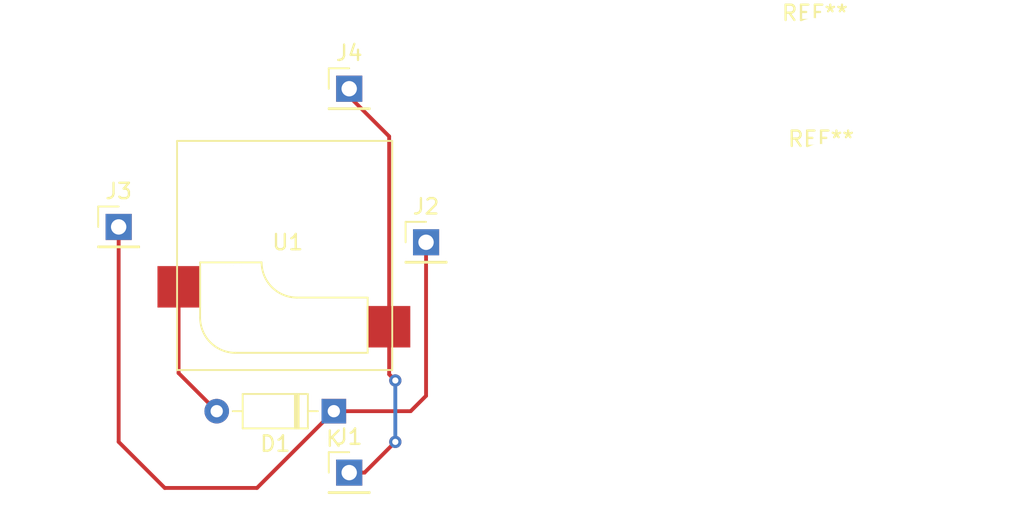
<source format=kicad_pcb>
(kicad_pcb (version 20171130) (host pcbnew "(5.1.10)-1")

  (general
    (thickness 1.6)
    (drawings 4)
    (tracks 19)
    (zones 0)
    (modules 8)
    (nets 4)
  )

  (page A4)
  (layers
    (0 F.Cu signal)
    (31 B.Cu signal)
    (32 B.Adhes user)
    (33 F.Adhes user)
    (34 B.Paste user)
    (35 F.Paste user)
    (36 B.SilkS user)
    (37 F.SilkS user)
    (38 B.Mask user)
    (39 F.Mask user)
    (40 Dwgs.User user)
    (41 Cmts.User user)
    (42 Eco1.User user)
    (43 Eco2.User user)
    (44 Edge.Cuts user)
    (45 Margin user)
    (46 B.CrtYd user)
    (47 F.CrtYd user)
    (48 B.Fab user)
    (49 F.Fab user)
  )

  (setup
    (last_trace_width 0.25)
    (trace_clearance 0.2)
    (zone_clearance 0.508)
    (zone_45_only no)
    (trace_min 0.2)
    (via_size 0.8)
    (via_drill 0.4)
    (via_min_size 0.4)
    (via_min_drill 0.3)
    (uvia_size 0.3)
    (uvia_drill 0.1)
    (uvias_allowed no)
    (uvia_min_size 0.2)
    (uvia_min_drill 0.1)
    (edge_width 0.05)
    (segment_width 0.2)
    (pcb_text_width 0.3)
    (pcb_text_size 1.5 1.5)
    (mod_edge_width 0.12)
    (mod_text_size 1 1)
    (mod_text_width 0.15)
    (pad_size 4 4)
    (pad_drill 4)
    (pad_to_mask_clearance 0)
    (aux_axis_origin 0 0)
    (visible_elements 7FFFFFFF)
    (pcbplotparams
      (layerselection 0x010fc_ffffffff)
      (usegerberextensions false)
      (usegerberattributes true)
      (usegerberadvancedattributes true)
      (creategerberjobfile true)
      (excludeedgelayer true)
      (linewidth 0.100000)
      (plotframeref false)
      (viasonmask false)
      (mode 1)
      (useauxorigin false)
      (hpglpennumber 1)
      (hpglpenspeed 20)
      (hpglpendiameter 15.000000)
      (psnegative false)
      (psa4output false)
      (plotreference true)
      (plotvalue true)
      (plotinvisibletext false)
      (padsonsilk false)
      (subtractmaskfromsilk false)
      (outputformat 1)
      (mirror false)
      (drillshape 1)
      (scaleselection 1)
      (outputdirectory ""))
  )

  (net 0 "")
  (net 1 "Net-(D1-Pad2)")
  (net 2 "Net-(D1-Pad1)")
  (net 3 "Net-(J1-Pad1)")

  (net_class Default "This is the default net class."
    (clearance 0.2)
    (trace_width 0.25)
    (via_dia 0.8)
    (via_drill 0.4)
    (uvia_dia 0.3)
    (uvia_drill 0.1)
    (add_net "Net-(D1-Pad1)")
    (add_net "Net-(D1-Pad2)")
    (add_net "Net-(J1-Pad1)")
  )

  (module Connector_PinHeader_2.54mm:PinHeader_1x01_P2.54mm_Vertical (layer F.Cu) (tedit 620A5ECB) (tstamp 620ACF03)
    (at 192.7 92.6)
    (descr "Through hole straight pin header, 1x01, 2.54mm pitch, single row")
    (tags "Through hole pin header THT 1x01 2.54mm single row")
    (fp_text reference REF** (at 0 -2.33) (layer F.SilkS)
      (effects (font (size 1 1) (thickness 0.15)))
    )
    (fp_text value PinHeader_1x01_P2.54mm_Vertical (at 0 2.33) (layer F.Fab)
      (effects (font (size 1 1) (thickness 0.15)))
    )
    (fp_line (start -0.635 -1.27) (end 1.27 -1.27) (layer F.Fab) (width 0.1))
    (fp_line (start 1.27 -1.27) (end 1.27 1.27) (layer F.Fab) (width 0.1))
    (fp_line (start 1.27 1.27) (end -1.27 1.27) (layer F.Fab) (width 0.1))
    (fp_line (start -1.27 1.27) (end -1.27 -0.635) (layer F.Fab) (width 0.1))
    (fp_line (start -1.27 -0.635) (end -0.635 -1.27) (layer F.Fab) (width 0.1))
    (fp_line (start -1.33 1.33) (end 1.33 1.33) (layer F.SilkS) (width 0.12))
    (fp_line (start -1.33 1.27) (end -1.33 1.33) (layer F.SilkS) (width 0.12))
    (fp_line (start 1.33 1.27) (end 1.33 1.33) (layer F.SilkS) (width 0.12))
    (fp_line (start -1.33 1.27) (end 1.33 1.27) (layer F.SilkS) (width 0.12))
    (fp_line (start -1.33 0) (end -1.33 -1.33) (layer F.SilkS) (width 0.12))
    (fp_line (start -1.33 -1.33) (end 0 -1.33) (layer F.SilkS) (width 0.12))
    (fp_line (start -1.8 -1.8) (end -1.8 1.8) (layer F.CrtYd) (width 0.05))
    (fp_line (start -1.8 1.8) (end 1.8 1.8) (layer F.CrtYd) (width 0.05))
    (fp_line (start 1.8 1.8) (end 1.8 -1.8) (layer F.CrtYd) (width 0.05))
    (fp_line (start 1.8 -1.8) (end -1.8 -1.8) (layer F.CrtYd) (width 0.05))
    (fp_text user %R (at 0 0 90) (layer F.Fab)
      (effects (font (size 1 1) (thickness 0.15)))
    )
    (pad "" np_thru_hole circle (at 0 0) (size 4 4) (drill 4) (layers *.Cu *.Mask))
    (model ${KISYS3DMOD}/Connector_PinHeader_2.54mm.3dshapes/PinHeader_1x01_P2.54mm_Vertical.wrl
      (at (xyz 0 0 0))
      (scale (xyz 1 1 1))
      (rotate (xyz 0 0 0))
    )
  )

  (module Connector_PinHeader_2.54mm:PinHeader_1x01_P2.54mm_Vertical (layer F.Cu) (tedit 620A5ECB) (tstamp 620ACEC4)
    (at 192.3 84.4)
    (descr "Through hole straight pin header, 1x01, 2.54mm pitch, single row")
    (tags "Through hole pin header THT 1x01 2.54mm single row")
    (fp_text reference REF** (at 0 -2.33) (layer F.SilkS)
      (effects (font (size 1 1) (thickness 0.15)))
    )
    (fp_text value PinHeader_1x01_P2.54mm_Vertical (at 0 2.33) (layer F.Fab)
      (effects (font (size 1 1) (thickness 0.15)))
    )
    (fp_text user %R (at 0 0 90) (layer F.Fab)
      (effects (font (size 1 1) (thickness 0.15)))
    )
    (fp_line (start -0.635 -1.27) (end 1.27 -1.27) (layer F.Fab) (width 0.1))
    (fp_line (start 1.27 -1.27) (end 1.27 1.27) (layer F.Fab) (width 0.1))
    (fp_line (start 1.27 1.27) (end -1.27 1.27) (layer F.Fab) (width 0.1))
    (fp_line (start -1.27 1.27) (end -1.27 -0.635) (layer F.Fab) (width 0.1))
    (fp_line (start -1.27 -0.635) (end -0.635 -1.27) (layer F.Fab) (width 0.1))
    (fp_line (start -1.33 1.33) (end 1.33 1.33) (layer F.SilkS) (width 0.12))
    (fp_line (start -1.33 1.27) (end -1.33 1.33) (layer F.SilkS) (width 0.12))
    (fp_line (start 1.33 1.27) (end 1.33 1.33) (layer F.SilkS) (width 0.12))
    (fp_line (start -1.33 1.27) (end 1.33 1.27) (layer F.SilkS) (width 0.12))
    (fp_line (start -1.33 0) (end -1.33 -1.33) (layer F.SilkS) (width 0.12))
    (fp_line (start -1.33 -1.33) (end 0 -1.33) (layer F.SilkS) (width 0.12))
    (fp_line (start -1.8 -1.8) (end -1.8 1.8) (layer F.CrtYd) (width 0.05))
    (fp_line (start -1.8 1.8) (end 1.8 1.8) (layer F.CrtYd) (width 0.05))
    (fp_line (start 1.8 1.8) (end 1.8 -1.8) (layer F.CrtYd) (width 0.05))
    (fp_line (start 1.8 -1.8) (end -1.8 -1.8) (layer F.CrtYd) (width 0.05))
    (pad "" np_thru_hole circle (at 0 0) (size 4 4) (drill 4) (layers *.Cu *.Mask))
    (model ${KISYS3DMOD}/Connector_PinHeader_2.54mm.3dshapes/PinHeader_1x01_P2.54mm_Vertical.wrl
      (at (xyz 0 0 0))
      (scale (xyz 1 1 1))
      (rotate (xyz 0 0 0))
    )
  )

  (module "hotswapsocket:hotswap socket" (layer F.Cu) (tedit 620899FB) (tstamp 620AB5D0)
    (at 158 102)
    (path /620B621F)
    (fp_text reference U1 (at 0 -5) (layer F.SilkS)
      (effects (font (size 1 1) (thickness 0.15)))
    )
    (fp_text value switchsocket (at 0 4) (layer F.Fab)
      (effects (font (size 1 1) (thickness 0.15)))
    )
    (fp_line (start -5.7 -3.69) (end -1.7 -3.69) (layer F.SilkS) (width 0.12))
    (fp_line (start 5.2 -1.4) (end 0.6 -1.4) (layer F.SilkS) (width 0.12))
    (fp_line (start -5.7 -0.1) (end -5.7 -3.69) (layer F.SilkS) (width 0.12))
    (fp_line (start 5.2 2.2) (end 5.2 -1.4) (layer F.SilkS) (width 0.12))
    (fp_line (start -3.4 2.2) (end 5.2 2.2) (layer F.SilkS) (width 0.12))
    (fp_arc (start 0.6 -3.7) (end -1.7 -3.7) (angle -90) (layer F.SilkS) (width 0.12))
    (fp_arc (start -3.4 -0.1) (end -5.7 -0.1) (angle -90) (layer F.SilkS) (width 0.12))
    (pad 2 smd rect (at -7.1 -2.1) (size 2.75 2.7) (layers F.Cu F.Paste F.Mask)
      (net 1 "Net-(D1-Pad2)"))
    (pad 1 smd rect (at 6.6 0.5) (size 2.75 2.7) (layers F.Cu F.Paste F.Mask)
      (net 3 "Net-(J1-Pad1)"))
    (pad "" np_thru_hole circle (at -3.35 -2.04) (size 3 3) (drill 3) (layers *.Cu *.Mask))
    (pad "" np_thru_hole circle (at 3 0.5) (size 3 3) (drill 3) (layers *.Cu *.Mask))
  )

  (module Connector_PinHeader_2.54mm:PinHeader_1x01_P2.54mm_Vertical (layer F.Cu) (tedit 59FED5CC) (tstamp 620AB8B0)
    (at 162 87)
    (descr "Through hole straight pin header, 1x01, 2.54mm pitch, single row")
    (tags "Through hole pin header THT 1x01 2.54mm single row")
    (path /620B7C20)
    (fp_text reference J4 (at 0 -2.33) (layer F.SilkS)
      (effects (font (size 1 1) (thickness 0.15)))
    )
    (fp_text value Conn_01x01_Female (at 0 2.33) (layer F.Fab)
      (effects (font (size 1 1) (thickness 0.15)))
    )
    (fp_line (start 1.8 -1.8) (end -1.8 -1.8) (layer F.CrtYd) (width 0.05))
    (fp_line (start 1.8 1.8) (end 1.8 -1.8) (layer F.CrtYd) (width 0.05))
    (fp_line (start -1.8 1.8) (end 1.8 1.8) (layer F.CrtYd) (width 0.05))
    (fp_line (start -1.8 -1.8) (end -1.8 1.8) (layer F.CrtYd) (width 0.05))
    (fp_line (start -1.33 -1.33) (end 0 -1.33) (layer F.SilkS) (width 0.12))
    (fp_line (start -1.33 0) (end -1.33 -1.33) (layer F.SilkS) (width 0.12))
    (fp_line (start -1.33 1.27) (end 1.33 1.27) (layer F.SilkS) (width 0.12))
    (fp_line (start 1.33 1.27) (end 1.33 1.33) (layer F.SilkS) (width 0.12))
    (fp_line (start -1.33 1.27) (end -1.33 1.33) (layer F.SilkS) (width 0.12))
    (fp_line (start -1.33 1.33) (end 1.33 1.33) (layer F.SilkS) (width 0.12))
    (fp_line (start -1.27 -0.635) (end -0.635 -1.27) (layer F.Fab) (width 0.1))
    (fp_line (start -1.27 1.27) (end -1.27 -0.635) (layer F.Fab) (width 0.1))
    (fp_line (start 1.27 1.27) (end -1.27 1.27) (layer F.Fab) (width 0.1))
    (fp_line (start 1.27 -1.27) (end 1.27 1.27) (layer F.Fab) (width 0.1))
    (fp_line (start -0.635 -1.27) (end 1.27 -1.27) (layer F.Fab) (width 0.1))
    (fp_text user %R (at 0 0 90) (layer F.Fab)
      (effects (font (size 1 1) (thickness 0.15)))
    )
    (pad 1 thru_hole rect (at 0 0) (size 1.7 1.7) (drill 1) (layers *.Cu *.Mask)
      (net 3 "Net-(J1-Pad1)"))
    (model ${KISYS3DMOD}/Connector_PinHeader_2.54mm.3dshapes/PinHeader_1x01_P2.54mm_Vertical.wrl
      (at (xyz 0 0 0))
      (scale (xyz 1 1 1))
      (rotate (xyz 0 0 0))
    )
  )

  (module Connector_PinHeader_2.54mm:PinHeader_1x01_P2.54mm_Vertical (layer F.Cu) (tedit 59FED5CC) (tstamp 620AB5AC)
    (at 147 96)
    (descr "Through hole straight pin header, 1x01, 2.54mm pitch, single row")
    (tags "Through hole pin header THT 1x01 2.54mm single row")
    (path /620B9287)
    (fp_text reference J3 (at 0 -2.33) (layer F.SilkS)
      (effects (font (size 1 1) (thickness 0.15)))
    )
    (fp_text value Conn_01x01_Female (at 0 2.33) (layer F.Fab)
      (effects (font (size 1 1) (thickness 0.15)))
    )
    (fp_line (start 1.8 -1.8) (end -1.8 -1.8) (layer F.CrtYd) (width 0.05))
    (fp_line (start 1.8 1.8) (end 1.8 -1.8) (layer F.CrtYd) (width 0.05))
    (fp_line (start -1.8 1.8) (end 1.8 1.8) (layer F.CrtYd) (width 0.05))
    (fp_line (start -1.8 -1.8) (end -1.8 1.8) (layer F.CrtYd) (width 0.05))
    (fp_line (start -1.33 -1.33) (end 0 -1.33) (layer F.SilkS) (width 0.12))
    (fp_line (start -1.33 0) (end -1.33 -1.33) (layer F.SilkS) (width 0.12))
    (fp_line (start -1.33 1.27) (end 1.33 1.27) (layer F.SilkS) (width 0.12))
    (fp_line (start 1.33 1.27) (end 1.33 1.33) (layer F.SilkS) (width 0.12))
    (fp_line (start -1.33 1.27) (end -1.33 1.33) (layer F.SilkS) (width 0.12))
    (fp_line (start -1.33 1.33) (end 1.33 1.33) (layer F.SilkS) (width 0.12))
    (fp_line (start -1.27 -0.635) (end -0.635 -1.27) (layer F.Fab) (width 0.1))
    (fp_line (start -1.27 1.27) (end -1.27 -0.635) (layer F.Fab) (width 0.1))
    (fp_line (start 1.27 1.27) (end -1.27 1.27) (layer F.Fab) (width 0.1))
    (fp_line (start 1.27 -1.27) (end 1.27 1.27) (layer F.Fab) (width 0.1))
    (fp_line (start -0.635 -1.27) (end 1.27 -1.27) (layer F.Fab) (width 0.1))
    (fp_text user %R (at 0 0 90) (layer F.Fab)
      (effects (font (size 1 1) (thickness 0.15)))
    )
    (pad 1 thru_hole rect (at 0 0) (size 1.7 1.7) (drill 1) (layers *.Cu *.Mask)
      (net 2 "Net-(D1-Pad1)"))
    (model ${KISYS3DMOD}/Connector_PinHeader_2.54mm.3dshapes/PinHeader_1x01_P2.54mm_Vertical.wrl
      (at (xyz 0 0 0))
      (scale (xyz 1 1 1))
      (rotate (xyz 0 0 0))
    )
  )

  (module Connector_PinHeader_2.54mm:PinHeader_1x01_P2.54mm_Vertical (layer F.Cu) (tedit 59FED5CC) (tstamp 620AB597)
    (at 167 97)
    (descr "Through hole straight pin header, 1x01, 2.54mm pitch, single row")
    (tags "Through hole pin header THT 1x01 2.54mm single row")
    (path /620B991E)
    (fp_text reference J2 (at 0 -2.33) (layer F.SilkS)
      (effects (font (size 1 1) (thickness 0.15)))
    )
    (fp_text value Conn_01x01_Female (at 0 2.33) (layer F.Fab)
      (effects (font (size 1 1) (thickness 0.15)))
    )
    (fp_line (start 1.8 -1.8) (end -1.8 -1.8) (layer F.CrtYd) (width 0.05))
    (fp_line (start 1.8 1.8) (end 1.8 -1.8) (layer F.CrtYd) (width 0.05))
    (fp_line (start -1.8 1.8) (end 1.8 1.8) (layer F.CrtYd) (width 0.05))
    (fp_line (start -1.8 -1.8) (end -1.8 1.8) (layer F.CrtYd) (width 0.05))
    (fp_line (start -1.33 -1.33) (end 0 -1.33) (layer F.SilkS) (width 0.12))
    (fp_line (start -1.33 0) (end -1.33 -1.33) (layer F.SilkS) (width 0.12))
    (fp_line (start -1.33 1.27) (end 1.33 1.27) (layer F.SilkS) (width 0.12))
    (fp_line (start 1.33 1.27) (end 1.33 1.33) (layer F.SilkS) (width 0.12))
    (fp_line (start -1.33 1.27) (end -1.33 1.33) (layer F.SilkS) (width 0.12))
    (fp_line (start -1.33 1.33) (end 1.33 1.33) (layer F.SilkS) (width 0.12))
    (fp_line (start -1.27 -0.635) (end -0.635 -1.27) (layer F.Fab) (width 0.1))
    (fp_line (start -1.27 1.27) (end -1.27 -0.635) (layer F.Fab) (width 0.1))
    (fp_line (start 1.27 1.27) (end -1.27 1.27) (layer F.Fab) (width 0.1))
    (fp_line (start 1.27 -1.27) (end 1.27 1.27) (layer F.Fab) (width 0.1))
    (fp_line (start -0.635 -1.27) (end 1.27 -1.27) (layer F.Fab) (width 0.1))
    (fp_text user %R (at 0 0 90) (layer F.Fab)
      (effects (font (size 1 1) (thickness 0.15)))
    )
    (pad 1 thru_hole rect (at 0 0) (size 1.7 1.7) (drill 1) (layers *.Cu *.Mask)
      (net 2 "Net-(D1-Pad1)"))
    (model ${KISYS3DMOD}/Connector_PinHeader_2.54mm.3dshapes/PinHeader_1x01_P2.54mm_Vertical.wrl
      (at (xyz 0 0 0))
      (scale (xyz 1 1 1))
      (rotate (xyz 0 0 0))
    )
  )

  (module Connector_PinHeader_2.54mm:PinHeader_1x01_P2.54mm_Vertical (layer F.Cu) (tedit 59FED5CC) (tstamp 620AB582)
    (at 162 112)
    (descr "Through hole straight pin header, 1x01, 2.54mm pitch, single row")
    (tags "Through hole pin header THT 1x01 2.54mm single row")
    (path /620B89A8)
    (fp_text reference J1 (at 0 -2.33) (layer F.SilkS)
      (effects (font (size 1 1) (thickness 0.15)))
    )
    (fp_text value Conn_01x01_Female (at 0 2.33) (layer F.Fab)
      (effects (font (size 1 1) (thickness 0.15)))
    )
    (fp_line (start 1.8 -1.8) (end -1.8 -1.8) (layer F.CrtYd) (width 0.05))
    (fp_line (start 1.8 1.8) (end 1.8 -1.8) (layer F.CrtYd) (width 0.05))
    (fp_line (start -1.8 1.8) (end 1.8 1.8) (layer F.CrtYd) (width 0.05))
    (fp_line (start -1.8 -1.8) (end -1.8 1.8) (layer F.CrtYd) (width 0.05))
    (fp_line (start -1.33 -1.33) (end 0 -1.33) (layer F.SilkS) (width 0.12))
    (fp_line (start -1.33 0) (end -1.33 -1.33) (layer F.SilkS) (width 0.12))
    (fp_line (start -1.33 1.27) (end 1.33 1.27) (layer F.SilkS) (width 0.12))
    (fp_line (start 1.33 1.27) (end 1.33 1.33) (layer F.SilkS) (width 0.12))
    (fp_line (start -1.33 1.27) (end -1.33 1.33) (layer F.SilkS) (width 0.12))
    (fp_line (start -1.33 1.33) (end 1.33 1.33) (layer F.SilkS) (width 0.12))
    (fp_line (start -1.27 -0.635) (end -0.635 -1.27) (layer F.Fab) (width 0.1))
    (fp_line (start -1.27 1.27) (end -1.27 -0.635) (layer F.Fab) (width 0.1))
    (fp_line (start 1.27 1.27) (end -1.27 1.27) (layer F.Fab) (width 0.1))
    (fp_line (start 1.27 -1.27) (end 1.27 1.27) (layer F.Fab) (width 0.1))
    (fp_line (start -0.635 -1.27) (end 1.27 -1.27) (layer F.Fab) (width 0.1))
    (fp_text user %R (at 3 -2 90) (layer F.Fab)
      (effects (font (size 1 1) (thickness 0.15)))
    )
    (pad 1 thru_hole rect (at 0 0) (size 1.7 1.7) (drill 1) (layers *.Cu *.Mask)
      (net 3 "Net-(J1-Pad1)"))
    (model ${KISYS3DMOD}/Connector_PinHeader_2.54mm.3dshapes/PinHeader_1x01_P2.54mm_Vertical.wrl
      (at (xyz 0 0 0))
      (scale (xyz 1 1 1))
      (rotate (xyz 0 0 0))
    )
  )

  (module Diode_THT:D_DO-35_SOD27_P7.62mm_Horizontal (layer F.Cu) (tedit 5AE50CD5) (tstamp 620AB56D)
    (at 161 108 180)
    (descr "Diode, DO-35_SOD27 series, Axial, Horizontal, pin pitch=7.62mm, , length*diameter=4*2mm^2, , http://www.diodes.com/_files/packages/DO-35.pdf")
    (tags "Diode DO-35_SOD27 series Axial Horizontal pin pitch 7.62mm  length 4mm diameter 2mm")
    (path /620B6888)
    (fp_text reference D1 (at 3.81 -2.12) (layer F.SilkS)
      (effects (font (size 1 1) (thickness 0.15)))
    )
    (fp_text value 1N4148 (at 3.81 2.12) (layer F.Fab)
      (effects (font (size 1 1) (thickness 0.15)))
    )
    (fp_line (start 8.67 -1.25) (end -1.05 -1.25) (layer F.CrtYd) (width 0.05))
    (fp_line (start 8.67 1.25) (end 8.67 -1.25) (layer F.CrtYd) (width 0.05))
    (fp_line (start -1.05 1.25) (end 8.67 1.25) (layer F.CrtYd) (width 0.05))
    (fp_line (start -1.05 -1.25) (end -1.05 1.25) (layer F.CrtYd) (width 0.05))
    (fp_line (start 2.29 -1.12) (end 2.29 1.12) (layer F.SilkS) (width 0.12))
    (fp_line (start 2.53 -1.12) (end 2.53 1.12) (layer F.SilkS) (width 0.12))
    (fp_line (start 2.41 -1.12) (end 2.41 1.12) (layer F.SilkS) (width 0.12))
    (fp_line (start 6.58 0) (end 5.93 0) (layer F.SilkS) (width 0.12))
    (fp_line (start 1.04 0) (end 1.69 0) (layer F.SilkS) (width 0.12))
    (fp_line (start 5.93 -1.12) (end 1.69 -1.12) (layer F.SilkS) (width 0.12))
    (fp_line (start 5.93 1.12) (end 5.93 -1.12) (layer F.SilkS) (width 0.12))
    (fp_line (start 1.69 1.12) (end 5.93 1.12) (layer F.SilkS) (width 0.12))
    (fp_line (start 1.69 -1.12) (end 1.69 1.12) (layer F.SilkS) (width 0.12))
    (fp_line (start 2.31 -1) (end 2.31 1) (layer F.Fab) (width 0.1))
    (fp_line (start 2.51 -1) (end 2.51 1) (layer F.Fab) (width 0.1))
    (fp_line (start 2.41 -1) (end 2.41 1) (layer F.Fab) (width 0.1))
    (fp_line (start 7.62 0) (end 5.81 0) (layer F.Fab) (width 0.1))
    (fp_line (start 0 0) (end 1.81 0) (layer F.Fab) (width 0.1))
    (fp_line (start 5.81 -1) (end 1.81 -1) (layer F.Fab) (width 0.1))
    (fp_line (start 5.81 1) (end 5.81 -1) (layer F.Fab) (width 0.1))
    (fp_line (start 1.81 1) (end 5.81 1) (layer F.Fab) (width 0.1))
    (fp_line (start 1.81 -1) (end 1.81 1) (layer F.Fab) (width 0.1))
    (fp_text user K (at 0 -1.8) (layer F.SilkS)
      (effects (font (size 1 1) (thickness 0.15)))
    )
    (fp_text user K (at 0 -1.8) (layer F.Fab)
      (effects (font (size 1 1) (thickness 0.15)))
    )
    (fp_text user %R (at 4.11 0 180) (layer F.Fab)
      (effects (font (size 0.8 0.8) (thickness 0.12)))
    )
    (pad 2 thru_hole oval (at 7.62 0 180) (size 1.6 1.6) (drill 0.8) (layers *.Cu *.Mask)
      (net 1 "Net-(D1-Pad2)"))
    (pad 1 thru_hole rect (at 0 0 180) (size 1.6 1.6) (drill 0.8) (layers *.Cu *.Mask)
      (net 2 "Net-(D1-Pad1)"))
    (model ${KISYS3DMOD}/Diode_THT.3dshapes/D_DO-35_SOD27_P7.62mm_Horizontal.wrl
      (at (xyz 0 0 0))
      (scale (xyz 1 1 1))
      (rotate (xyz 0 0 0))
    )
  )

  (gr_line (start 150.8 105.32) (end 164.8 105.32) (layer F.SilkS) (width 0.12) (tstamp 620AB968))
  (gr_line (start 150.8 90.4) (end 150.8 105.32) (layer F.SilkS) (width 0.12))
  (gr_line (start 164.8 90.4) (end 164.8 105.32) (layer F.SilkS) (width 0.12))
  (gr_line (start 150.8 90.4) (end 164.8 90.4) (layer F.SilkS) (width 0.12))

  (segment (start 150.9 105.52) (end 153.38 108) (width 0.25) (layer F.Cu) (net 1))
  (segment (start 150.9 99.9) (end 150.9 105.52) (width 0.25) (layer F.Cu) (net 1))
  (segment (start 167 107) (end 167 97) (width 0.25) (layer F.Cu) (net 2))
  (segment (start 166 108) (end 167 107) (width 0.25) (layer F.Cu) (net 2))
  (segment (start 161 108) (end 166 108) (width 0.25) (layer F.Cu) (net 2))
  (segment (start 147 110) (end 147 96) (width 0.25) (layer F.Cu) (net 2))
  (segment (start 150 113) (end 147 110) (width 0.25) (layer F.Cu) (net 2))
  (segment (start 156 113) (end 150 113) (width 0.25) (layer F.Cu) (net 2))
  (segment (start 161 108) (end 156 113) (width 0.25) (layer F.Cu) (net 2))
  (segment (start 162 87.505012) (end 162 87) (width 0.25) (layer F.Cu) (net 3))
  (segment (start 164.6 90.105012) (end 162 87.505012) (width 0.25) (layer F.Cu) (net 3))
  (segment (start 164.6 102.5) (end 164.6 90.105012) (width 0.25) (layer F.Cu) (net 3))
  (segment (start 163 112) (end 165 110) (width 0.25) (layer F.Cu) (net 3))
  (via (at 165 110) (size 0.8) (drill 0.4) (layers F.Cu B.Cu) (net 3))
  (segment (start 162 112) (end 163 112) (width 0.25) (layer F.Cu) (net 3))
  (segment (start 165 110) (end 165 106) (width 0.25) (layer B.Cu) (net 3))
  (via (at 165 106) (size 0.8) (drill 0.4) (layers F.Cu B.Cu) (net 3))
  (segment (start 164.600001 105.600001) (end 165 106) (width 0.25) (layer F.Cu) (net 3))
  (segment (start 164.6 102.5) (end 164.600001 105.600001) (width 0.25) (layer F.Cu) (net 3))

)

</source>
